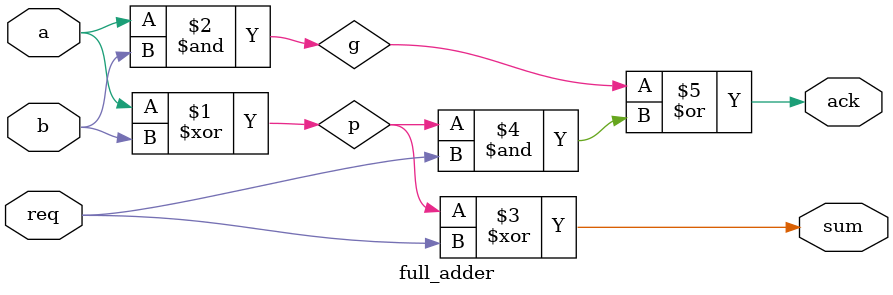
<source format=sv>
module int_ctrl_aggregate #(
    parameter IN_NUM = 8,
    parameter OUT_NUM = 2
)(
    input [IN_NUM-1:0] intr_in,
    input [OUT_NUM*IN_NUM-1:0] prio_map_flat,
    output reg [OUT_NUM-1:0] intr_out
);
    // 提取prio_map数组
    wire [IN_NUM-1:0] prio_map [0:OUT_NUM-1];
    genvar g;
    generate
        for (g = 0; g < OUT_NUM; g = g + 1) begin: prio_map_gen
            assign prio_map[g] = prio_map_flat[(g+1)*IN_NUM-1:g*IN_NUM];
        end
    endgenerate
    
    // 使用跳跃进位加法器计算中间结果
    wire [OUT_NUM-1:0] intr_result;
    
    generate
        for (g = 0; g < OUT_NUM; g = g + 1) begin: intr_calc
            wire [IN_NUM-1:0] masked_intr;
            wire [7:0] sum_result;
            
            assign masked_intr = intr_in & prio_map[g];
            
            // 跳跃进位加法器实现
            skip_carry_adder sca_inst (
                .a(masked_intr),
                .b(8'b0),
                .req(1'b1),  // 请求信号替代cin
                .sum(sum_result),
                .ack()       // 应答信号替代cout
            );
            
            // 如果sum_result不为0，则有中断
            assign intr_result[g] = |sum_result;
        end
    endgenerate
    
    // 更新输出
    always @* begin
        intr_out = intr_result;
    end
endmodule

// 跳跃进位加法器模块 - 8位
module skip_carry_adder (
    input [7:0] a,
    input [7:0] b,
    input req,        // 请求信号替代cin
    output [7:0] sum,
    output ack        // 应答信号替代cout
);
    wire [1:0] block_ack;   // 替代block_cout
    wire [1:0] block_p;
    
    // 分为2个4位块
    wire [3:0] sum_low, sum_high;
    
    // 第一个4位块的进位传播信号
    wire p0, p1, p2, p3;
    assign p0 = a[0] | b[0];
    assign p1 = a[1] | b[1];
    assign p2 = a[2] | b[2];
    assign p3 = a[3] | b[3];
    assign block_p[0] = p0 & p1 & p2 & p3;
    
    // 第二个4位块的进位传播信号
    wire p4, p5, p6, p7;
    assign p4 = a[4] | b[4];
    assign p5 = a[5] | b[5];
    assign p6 = a[6] | b[6];
    assign p7 = a[7] | b[7];
    assign block_p[1] = p4 & p5 & p6 & p7;
    
    // 第一个4位加法器
    ripple_carry_adder_4bit rca1 (
        .a(a[3:0]),
        .b(b[3:0]),
        .req(req),         // 请求信号替代cin
        .sum(sum_low),
        .ack(block_ack[0]) // 应答信号替代cout
    );
    
    // 跳跃进位逻辑
    wire req_to_high_block; // 替代carry_to_high_block
    assign req_to_high_block = block_p[0] ? req : block_ack[0];
    
    // 第二个4位加法器
    ripple_carry_adder_4bit rca2 (
        .a(a[7:4]),
        .b(b[7:4]),
        .req(req_to_high_block), // 请求信号替代cin
        .sum(sum_high),
        .ack(block_ack[1])       // 应答信号替代cout
    );
    
    // 组合输出
    assign sum = {sum_high, sum_low};
    assign ack = block_ack[1];   // 应答信号替代cout
endmodule

// 4位行波进位加法器
module ripple_carry_adder_4bit (
    input [3:0] a,
    input [3:0] b,
    input req,        // 请求信号替代cin
    output [3:0] sum,
    output ack        // 应答信号替代cout
);
    wire [4:0] req_chain; // 替代c，请求信号链
    assign req_chain[0] = req;
    
    genvar i;
    generate
        for (i = 0; i < 4; i = i + 1) begin: fa_loop
            full_adder fa (
                .a(a[i]),
                .b(b[i]),
                .req(req_chain[i]),    // 请求信号替代cin
                .sum(sum[i]),
                .ack(req_chain[i+1])   // 应答信号替代cout
            );
        end
    endgenerate
    
    assign ack = req_chain[4];  // 应答信号替代cout
endmodule

// 1位全加器
module full_adder (
    input a,
    input b,
    input req,     // 请求信号替代cin
    output sum,
    output ack     // 应答信号替代cout
);
    wire p, g;
    
    assign p = a ^ b;
    assign g = a & b;
    
    assign sum = p ^ req;   // 使用req替代cin
    assign ack = g | (p & req); // 使用req替代cin，ack替代cout
endmodule
</source>
